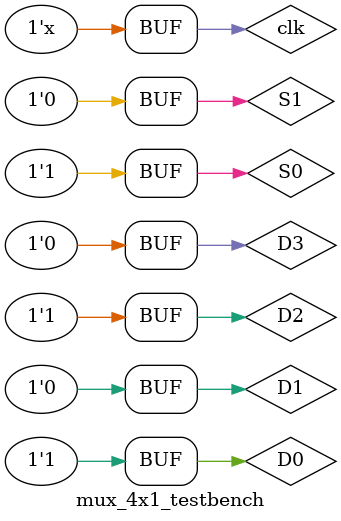
<source format=v>
`timescale 1 ps / 1 ps

module mux_4x1_testbench();

reg D0;
reg D1;
reg D2;
reg D3;
reg S0;
reg S1;
wire F;

	
	reg clk;
	
	mux_4x1 TB(.D0(D0) , .D1(D1) , .D2(D2) , .D3(D3), .S0(S0) , .S1(S1) , .F(F));
	
	always 
		begin 
			#2 clk = ~clk;
		end
	
	initial 
		begin 
			D0 = 1'b0;
			D1 = 1'b0;
			D2 = 1'b0;
			D3 = 1'b0;
			S0 = 1'b0;
			S1 = 1'b0;
			
			#5 D0 = 1'b1;
				D1 = 1'b0;
				D2 = 1'b1;
				D3 = 1'b0;
				S0 = 1'b1;
				S1 = 1'b0;


		end


endmodule
		
</source>
